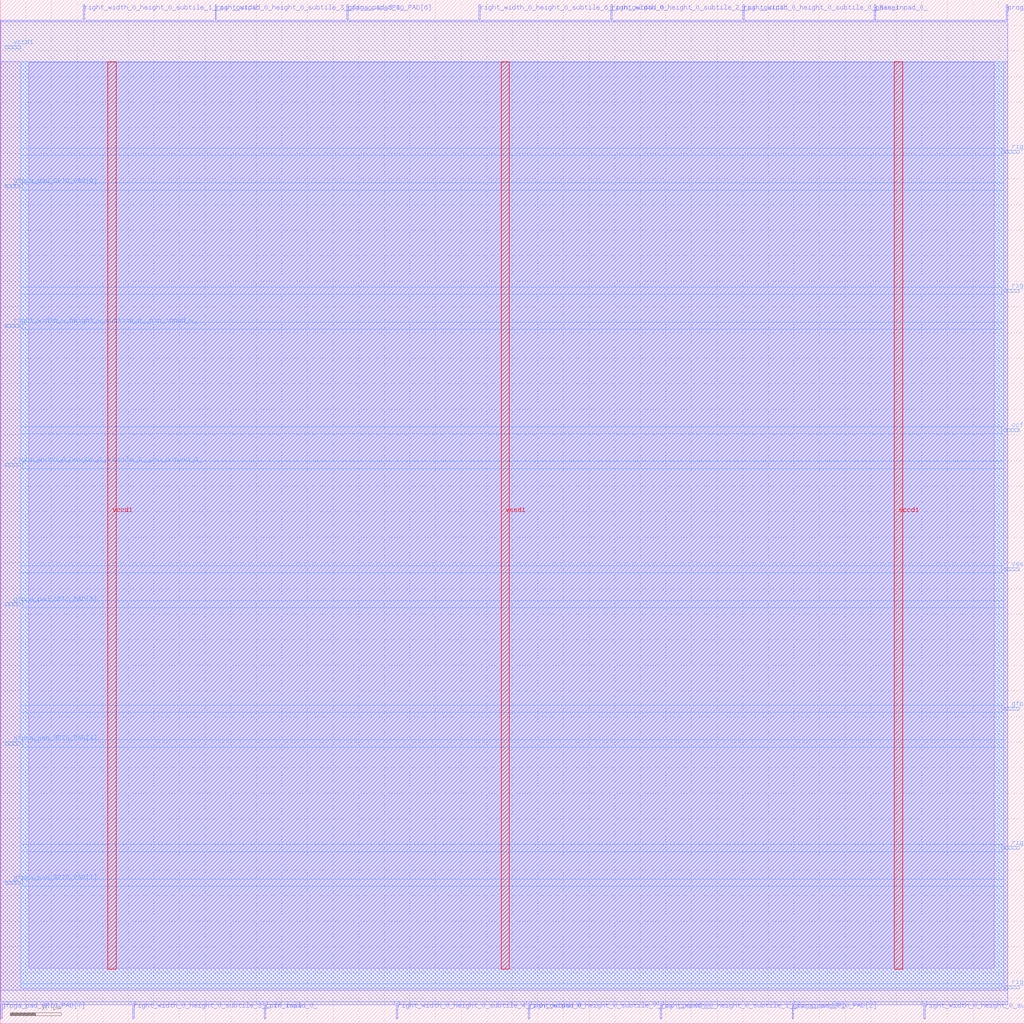
<source format=lef>
VERSION 5.7 ;
  NOWIREEXTENSIONATPIN ON ;
  DIVIDERCHAR "/" ;
  BUSBITCHARS "[]" ;
MACRO grid_io_left
  CLASS BLOCK ;
  FOREIGN grid_io_left ;
  ORIGIN 0.000 0.000 ;
  SIZE 200.000 BY 200.000 ;
  PIN ccff_head
    DIRECTION INPUT ;
    USE SIGNAL ;
    PORT
      LAYER met3 ;
        RECT 196.000 115.640 199.000 116.240 ;
    END
  END ccff_head
  PIN ccff_tail
    DIRECTION OUTPUT TRISTATE ;
    USE SIGNAL ;
    PORT
      LAYER met2 ;
        RECT 51.610 1.000 51.890 4.000 ;
    END
  END ccff_tail
  PIN gfpga_pad_GPIO_PAD[0]
    DIRECTION INOUT ;
    USE SIGNAL ;
    PORT
      LAYER met3 ;
        RECT 1.000 163.240 4.000 163.840 ;
    END
  END gfpga_pad_GPIO_PAD[0]
  PIN gfpga_pad_GPIO_PAD[1]
    DIRECTION INOUT ;
    USE SIGNAL ;
    PORT
      LAYER met3 ;
        RECT 1.000 27.240 4.000 27.840 ;
    END
  END gfpga_pad_GPIO_PAD[1]
  PIN gfpga_pad_GPIO_PAD[2]
    DIRECTION INOUT ;
    USE SIGNAL ;
    PORT
      LAYER met2 ;
        RECT 154.650 1.000 154.930 4.000 ;
    END
  END gfpga_pad_GPIO_PAD[2]
  PIN gfpga_pad_GPIO_PAD[3]
    DIRECTION INOUT ;
    USE SIGNAL ;
    PORT
      LAYER met3 ;
        RECT 1.000 81.640 4.000 82.240 ;
    END
  END gfpga_pad_GPIO_PAD[3]
  PIN gfpga_pad_GPIO_PAD[4]
    DIRECTION INOUT ;
    USE SIGNAL ;
    PORT
      LAYER met3 ;
        RECT 1.000 54.440 4.000 55.040 ;
    END
  END gfpga_pad_GPIO_PAD[4]
  PIN gfpga_pad_GPIO_PAD[5]
    DIRECTION INOUT ;
    USE SIGNAL ;
    PORT
      LAYER met3 ;
        RECT 196.000 61.240 199.000 61.840 ;
    END
  END gfpga_pad_GPIO_PAD[5]
  PIN gfpga_pad_GPIO_PAD[6]
    DIRECTION INOUT ;
    USE SIGNAL ;
    PORT
      LAYER met2 ;
        RECT 67.710 196.000 67.990 199.000 ;
    END
  END gfpga_pad_GPIO_PAD[6]
  PIN gfpga_pad_GPIO_PAD[7]
    DIRECTION INOUT ;
    USE SIGNAL ;
    PORT
      LAYER met2 ;
        RECT 0.090 1.000 0.370 4.000 ;
    END
  END gfpga_pad_GPIO_PAD[7]
  PIN pReset
    DIRECTION INPUT ;
    USE SIGNAL ;
    PORT
      LAYER met2 ;
        RECT 170.750 196.000 171.030 199.000 ;
    END
  END pReset
  PIN prog_clk
    DIRECTION INPUT ;
    USE SIGNAL ;
    PORT
      LAYER met2 ;
        RECT 196.510 196.000 196.790 199.000 ;
    END
  END prog_clk
  PIN right_width_0_height_0_subtile_0__pin_inpad_0_
    DIRECTION OUTPUT TRISTATE ;
    USE SIGNAL ;
    PORT
      LAYER met2 ;
        RECT 144.990 196.000 145.270 199.000 ;
    END
  END right_width_0_height_0_subtile_0__pin_inpad_0_
  PIN right_width_0_height_0_subtile_0__pin_outpad_0_
    DIRECTION INPUT ;
    USE SIGNAL ;
    PORT
      LAYER met3 ;
        RECT 196.000 6.840 199.000 7.440 ;
    END
  END right_width_0_height_0_subtile_0__pin_outpad_0_
  PIN right_width_0_height_0_subtile_1__pin_inpad_0_
    DIRECTION OUTPUT TRISTATE ;
    USE SIGNAL ;
    PORT
      LAYER met2 ;
        RECT 128.890 1.000 129.170 4.000 ;
    END
  END right_width_0_height_0_subtile_1__pin_inpad_0_
  PIN right_width_0_height_0_subtile_1__pin_outpad_0_
    DIRECTION INPUT ;
    USE SIGNAL ;
    PORT
      LAYER met2 ;
        RECT 16.190 196.000 16.470 199.000 ;
    END
  END right_width_0_height_0_subtile_1__pin_outpad_0_
  PIN right_width_0_height_0_subtile_2__pin_inpad_0_
    DIRECTION OUTPUT TRISTATE ;
    USE SIGNAL ;
    PORT
      LAYER met2 ;
        RECT 180.410 1.000 180.690 4.000 ;
    END
  END right_width_0_height_0_subtile_2__pin_inpad_0_
  PIN right_width_0_height_0_subtile_2__pin_outpad_0_
    DIRECTION INPUT ;
    USE SIGNAL ;
    PORT
      LAYER met2 ;
        RECT 119.230 196.000 119.510 199.000 ;
    END
  END right_width_0_height_0_subtile_2__pin_outpad_0_
  PIN right_width_0_height_0_subtile_3__pin_inpad_0_
    DIRECTION OUTPUT TRISTATE ;
    USE SIGNAL ;
    PORT
      LAYER met2 ;
        RECT 25.850 1.000 26.130 4.000 ;
    END
  END right_width_0_height_0_subtile_3__pin_inpad_0_
  PIN right_width_0_height_0_subtile_3__pin_outpad_0_
    DIRECTION INPUT ;
    USE SIGNAL ;
    PORT
      LAYER met2 ;
        RECT 41.950 196.000 42.230 199.000 ;
    END
  END right_width_0_height_0_subtile_3__pin_outpad_0_
  PIN right_width_0_height_0_subtile_4__pin_inpad_0_
    DIRECTION OUTPUT TRISTATE ;
    USE SIGNAL ;
    PORT
      LAYER met3 ;
        RECT 196.000 34.040 199.000 34.640 ;
    END
  END right_width_0_height_0_subtile_4__pin_inpad_0_
  PIN right_width_0_height_0_subtile_4__pin_outpad_0_
    DIRECTION INPUT ;
    USE SIGNAL ;
    PORT
      LAYER met2 ;
        RECT 77.370 1.000 77.650 4.000 ;
    END
  END right_width_0_height_0_subtile_4__pin_outpad_0_
  PIN right_width_0_height_0_subtile_5__pin_inpad_0_
    DIRECTION OUTPUT TRISTATE ;
    USE SIGNAL ;
    PORT
      LAYER met3 ;
        RECT 196.000 142.840 199.000 143.440 ;
    END
  END right_width_0_height_0_subtile_5__pin_inpad_0_
  PIN right_width_0_height_0_subtile_5__pin_outpad_0_
    DIRECTION INPUT ;
    USE SIGNAL ;
    PORT
      LAYER met3 ;
        RECT 196.000 170.040 199.000 170.640 ;
    END
  END right_width_0_height_0_subtile_5__pin_outpad_0_
  PIN right_width_0_height_0_subtile_6__pin_inpad_0_
    DIRECTION OUTPUT TRISTATE ;
    USE SIGNAL ;
    PORT
      LAYER met3 ;
        RECT 1.000 136.040 4.000 136.640 ;
    END
  END right_width_0_height_0_subtile_6__pin_inpad_0_
  PIN right_width_0_height_0_subtile_6__pin_outpad_0_
    DIRECTION INPUT ;
    USE SIGNAL ;
    PORT
      LAYER met2 ;
        RECT 93.470 196.000 93.750 199.000 ;
    END
  END right_width_0_height_0_subtile_6__pin_outpad_0_
  PIN right_width_0_height_0_subtile_7__pin_inpad_0_
    DIRECTION OUTPUT TRISTATE ;
    USE SIGNAL ;
    PORT
      LAYER met2 ;
        RECT 103.130 1.000 103.410 4.000 ;
    END
  END right_width_0_height_0_subtile_7__pin_inpad_0_
  PIN right_width_0_height_0_subtile_7__pin_outpad_0_
    DIRECTION INPUT ;
    USE SIGNAL ;
    PORT
      LAYER met3 ;
        RECT 1.000 108.840 4.000 109.440 ;
    END
  END right_width_0_height_0_subtile_7__pin_outpad_0_
  PIN vccd1
    DIRECTION INOUT ;
    USE SIGNAL ;
    PORT
      LAYER met3 ;
        RECT 1.000 190.440 4.000 191.040 ;
    END
    PORT
      LAYER met4 ;
        RECT 21.040 10.640 22.640 187.920 ;
    END
    PORT
      LAYER met4 ;
        RECT 174.640 10.640 176.240 187.920 ;
    END
  END vccd1
  PIN vssd1
    DIRECTION INOUT ;
    USE SIGNAL ;
    PORT
      LAYER met3 ;
        RECT 196.000 88.440 199.000 89.040 ;
    END
    PORT
      LAYER met4 ;
        RECT 97.840 10.640 99.440 187.920 ;
    END
  END vssd1
  OBS
      LAYER li1 ;
        RECT 5.520 10.795 194.120 187.765 ;
      LAYER met1 ;
        RECT 0.070 6.500 196.810 187.920 ;
      LAYER met2 ;
        RECT 0.100 195.720 15.910 196.000 ;
        RECT 16.750 195.720 41.670 196.000 ;
        RECT 42.510 195.720 67.430 196.000 ;
        RECT 68.270 195.720 93.190 196.000 ;
        RECT 94.030 195.720 118.950 196.000 ;
        RECT 119.790 195.720 144.710 196.000 ;
        RECT 145.550 195.720 170.470 196.000 ;
        RECT 171.310 195.720 196.230 196.000 ;
        RECT 0.100 4.280 196.780 195.720 ;
        RECT 0.650 3.670 25.570 4.280 ;
        RECT 26.410 3.670 51.330 4.280 ;
        RECT 52.170 3.670 77.090 4.280 ;
        RECT 77.930 3.670 102.850 4.280 ;
        RECT 103.690 3.670 128.610 4.280 ;
        RECT 129.450 3.670 154.370 4.280 ;
        RECT 155.210 3.670 180.130 4.280 ;
        RECT 180.970 3.670 196.780 4.280 ;
      LAYER met3 ;
        RECT 4.000 171.040 196.000 187.845 ;
        RECT 4.000 169.640 195.600 171.040 ;
        RECT 4.000 164.240 196.000 169.640 ;
        RECT 4.400 162.840 196.000 164.240 ;
        RECT 4.000 143.840 196.000 162.840 ;
        RECT 4.000 142.440 195.600 143.840 ;
        RECT 4.000 137.040 196.000 142.440 ;
        RECT 4.400 135.640 196.000 137.040 ;
        RECT 4.000 116.640 196.000 135.640 ;
        RECT 4.000 115.240 195.600 116.640 ;
        RECT 4.000 109.840 196.000 115.240 ;
        RECT 4.400 108.440 196.000 109.840 ;
        RECT 4.000 89.440 196.000 108.440 ;
        RECT 4.000 88.040 195.600 89.440 ;
        RECT 4.000 82.640 196.000 88.040 ;
        RECT 4.400 81.240 196.000 82.640 ;
        RECT 4.000 62.240 196.000 81.240 ;
        RECT 4.000 60.840 195.600 62.240 ;
        RECT 4.000 55.440 196.000 60.840 ;
        RECT 4.400 54.040 196.000 55.440 ;
        RECT 4.000 35.040 196.000 54.040 ;
        RECT 4.000 33.640 195.600 35.040 ;
        RECT 4.000 28.240 196.000 33.640 ;
        RECT 4.400 26.840 196.000 28.240 ;
        RECT 4.000 7.840 196.000 26.840 ;
        RECT 4.000 6.975 195.600 7.840 ;
  END
END grid_io_left
END LIBRARY


</source>
